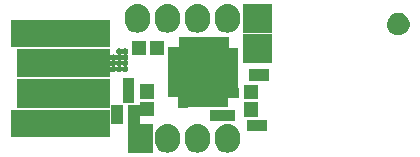
<source format=gbr>
G04 #@! TF.FileFunction,Soldermask,Top*
%FSLAX46Y46*%
G04 Gerber Fmt 4.6, Leading zero omitted, Abs format (unit mm)*
G04 Created by KiCad (PCBNEW 4.0.0~rc1a-stable) date Sat 16 Jan 2016 09:07:18 PM JST*
%MOMM*%
G01*
G04 APERTURE LIST*
%ADD10C,0.100000*%
G04 APERTURE END LIST*
D10*
G36*
X-9184183Y-3879832D02*
X-9184169Y-3879836D01*
X-9184134Y-3879840D01*
X-8985838Y-3941222D01*
X-8803242Y-4039952D01*
X-8643301Y-4172267D01*
X-8512105Y-4333129D01*
X-8414653Y-4516410D01*
X-8354656Y-4715128D01*
X-8334400Y-4921716D01*
X-8334400Y-5238284D01*
X-8334504Y-5253134D01*
X-8357642Y-5459419D01*
X-8420408Y-5657281D01*
X-8520409Y-5839183D01*
X-8653838Y-5998197D01*
X-8815612Y-6128267D01*
X-8999568Y-6224437D01*
X-9198701Y-6283045D01*
X-9198735Y-6283048D01*
X-9198748Y-6283052D01*
X-9405423Y-6301861D01*
X-9611817Y-6280168D01*
X-9611831Y-6280164D01*
X-9611866Y-6280160D01*
X-9810162Y-6218778D01*
X-9992758Y-6120048D01*
X-10152699Y-5987733D01*
X-10283895Y-5826871D01*
X-10381347Y-5643590D01*
X-10441344Y-5444872D01*
X-10461600Y-5238284D01*
X-10461600Y-4921716D01*
X-10461496Y-4906866D01*
X-10438358Y-4700581D01*
X-10375592Y-4502719D01*
X-10275591Y-4320817D01*
X-10142162Y-4161803D01*
X-9980388Y-4031733D01*
X-9796432Y-3935563D01*
X-9597299Y-3876955D01*
X-9597265Y-3876952D01*
X-9597252Y-3876948D01*
X-9390577Y-3858139D01*
X-9184183Y-3879832D01*
X-9184183Y-3879832D01*
G37*
G36*
X-11724183Y-3879832D02*
X-11724169Y-3879836D01*
X-11724134Y-3879840D01*
X-11525838Y-3941222D01*
X-11343242Y-4039952D01*
X-11183301Y-4172267D01*
X-11052105Y-4333129D01*
X-10954653Y-4516410D01*
X-10894656Y-4715128D01*
X-10874400Y-4921716D01*
X-10874400Y-5238284D01*
X-10874504Y-5253134D01*
X-10897642Y-5459419D01*
X-10960408Y-5657281D01*
X-11060409Y-5839183D01*
X-11193838Y-5998197D01*
X-11355612Y-6128267D01*
X-11539568Y-6224437D01*
X-11738701Y-6283045D01*
X-11738735Y-6283048D01*
X-11738748Y-6283052D01*
X-11945423Y-6301861D01*
X-12151817Y-6280168D01*
X-12151831Y-6280164D01*
X-12151866Y-6280160D01*
X-12350162Y-6218778D01*
X-12532758Y-6120048D01*
X-12692699Y-5987733D01*
X-12823895Y-5826871D01*
X-12921347Y-5643590D01*
X-12981344Y-5444872D01*
X-13001600Y-5238284D01*
X-13001600Y-4921716D01*
X-13001496Y-4906866D01*
X-12978358Y-4700581D01*
X-12915592Y-4502719D01*
X-12815591Y-4320817D01*
X-12682162Y-4161803D01*
X-12520388Y-4031733D01*
X-12336432Y-3935563D01*
X-12137299Y-3876955D01*
X-12137265Y-3876952D01*
X-12137252Y-3876948D01*
X-11930577Y-3858139D01*
X-11724183Y-3879832D01*
X-11724183Y-3879832D01*
G37*
G36*
X-14264183Y-3879832D02*
X-14264169Y-3879836D01*
X-14264134Y-3879840D01*
X-14065838Y-3941222D01*
X-13883242Y-4039952D01*
X-13723301Y-4172267D01*
X-13592105Y-4333129D01*
X-13494653Y-4516410D01*
X-13434656Y-4715128D01*
X-13414400Y-4921716D01*
X-13414400Y-5238284D01*
X-13414504Y-5253134D01*
X-13437642Y-5459419D01*
X-13500408Y-5657281D01*
X-13600409Y-5839183D01*
X-13733838Y-5998197D01*
X-13895612Y-6128267D01*
X-14079568Y-6224437D01*
X-14278701Y-6283045D01*
X-14278735Y-6283048D01*
X-14278748Y-6283052D01*
X-14485423Y-6301861D01*
X-14691817Y-6280168D01*
X-14691831Y-6280164D01*
X-14691866Y-6280160D01*
X-14890162Y-6218778D01*
X-15072758Y-6120048D01*
X-15232699Y-5987733D01*
X-15363895Y-5826871D01*
X-15461347Y-5643590D01*
X-15521344Y-5444872D01*
X-15541600Y-5238284D01*
X-15541600Y-4921716D01*
X-15541496Y-4906866D01*
X-15518358Y-4700581D01*
X-15455592Y-4502719D01*
X-15355591Y-4320817D01*
X-15222162Y-4161803D01*
X-15060388Y-4031733D01*
X-14876432Y-3935563D01*
X-14677299Y-3876955D01*
X-14677265Y-3876952D01*
X-14677252Y-3876948D01*
X-14470577Y-3858139D01*
X-14264183Y-3879832D01*
X-14264183Y-3879832D01*
G37*
G36*
X-15630200Y-3229600D02*
X-16783240Y-3229600D01*
X-16797170Y-3231580D01*
X-16809996Y-3237361D01*
X-16820704Y-3246488D01*
X-16828446Y-3258236D01*
X-16832608Y-3271676D01*
X-16833240Y-3279600D01*
X-16833240Y-3814000D01*
X-16831260Y-3827930D01*
X-16825479Y-3840756D01*
X-16816352Y-3851464D01*
X-16804604Y-3859206D01*
X-16791164Y-3863368D01*
X-16783240Y-3864000D01*
X-15700400Y-3864000D01*
X-15700400Y-6296000D01*
X-17827600Y-6296000D01*
X-17827600Y-3897440D01*
X-17829580Y-3883510D01*
X-17832680Y-3876632D01*
X-17832680Y-2248560D01*
X-16830200Y-2248560D01*
X-16816270Y-2246580D01*
X-16803444Y-2240799D01*
X-16792736Y-2231672D01*
X-16784994Y-2219924D01*
X-16780832Y-2206484D01*
X-16780200Y-2198560D01*
X-16780200Y-2029600D01*
X-15630200Y-2029600D01*
X-15630200Y-3229600D01*
X-15630200Y-3229600D01*
G37*
G36*
X-19348000Y-4960000D02*
X-27748000Y-4960000D01*
X-27748000Y-2660000D01*
X-19348000Y-2660000D01*
X-19348000Y-4960000D01*
X-19348000Y-4960000D01*
G37*
G36*
X-6008000Y-4500500D02*
X-7708000Y-4500500D01*
X-7708000Y-3500500D01*
X-6008000Y-3500500D01*
X-6008000Y-4500500D01*
X-6008000Y-4500500D01*
G37*
G36*
X-18235320Y-3847440D02*
X-19234760Y-3847440D01*
X-19234760Y-2248560D01*
X-18235320Y-2248560D01*
X-18235320Y-3847440D01*
X-18235320Y-3847440D01*
G37*
G36*
X-8729000Y-3625000D02*
X-10829000Y-3625000D01*
X-10829000Y-2725000D01*
X-8729000Y-2725000D01*
X-8729000Y-3625000D01*
X-8729000Y-3625000D01*
G37*
G36*
X-6767220Y-3253080D02*
X-7964780Y-3253080D01*
X-7964780Y-2055520D01*
X-6767220Y-2055520D01*
X-6767220Y-3253080D01*
X-6767220Y-3253080D01*
G37*
G36*
X-19348000Y-2500000D02*
X-27248000Y-2500000D01*
X-27248000Y-100000D01*
X-19348000Y-100000D01*
X-19348000Y-2500000D01*
X-19348000Y-2500000D01*
G37*
G36*
X-9255000Y2633000D02*
X-9253020Y2619070D01*
X-9247239Y2606244D01*
X-9238112Y2595536D01*
X-9226364Y2587794D01*
X-9212924Y2583632D01*
X-9205000Y2583000D01*
X-8480000Y2583000D01*
X-8480000Y-767000D01*
X-8478020Y-780930D01*
X-8472239Y-793756D01*
X-8463112Y-804464D01*
X-8451364Y-812206D01*
X-8437924Y-816368D01*
X-8430000Y-817000D01*
X-8430000Y-1667000D01*
X-9305000Y-1667000D01*
X-9318930Y-1668980D01*
X-9331756Y-1674761D01*
X-9342464Y-1683888D01*
X-9350206Y-1695636D01*
X-9354368Y-1709076D01*
X-9355000Y-1717000D01*
X-9355000Y-2442000D01*
X-12705000Y-2442000D01*
X-12718930Y-2443980D01*
X-12731756Y-2449761D01*
X-12742464Y-2458888D01*
X-12750206Y-2470636D01*
X-12754368Y-2484076D01*
X-12755000Y-2492000D01*
X-13605000Y-2492000D01*
X-13605000Y-1617000D01*
X-13606980Y-1603070D01*
X-13612761Y-1590244D01*
X-13621888Y-1579536D01*
X-13633636Y-1571794D01*
X-13647076Y-1567632D01*
X-13655000Y-1567000D01*
X-14380000Y-1567000D01*
X-14380000Y1783000D01*
X-14381980Y1796930D01*
X-14387761Y1809756D01*
X-14396888Y1820464D01*
X-14408636Y1828206D01*
X-14422076Y1832368D01*
X-14430000Y1833000D01*
X-14430000Y2683000D01*
X-13555000Y2683000D01*
X-13541070Y2684980D01*
X-13528244Y2690761D01*
X-13517536Y2699888D01*
X-13509794Y2711636D01*
X-13505632Y2725076D01*
X-13505000Y2733000D01*
X-13505000Y3458000D01*
X-10155000Y3458000D01*
X-10141070Y3459980D01*
X-10128244Y3465761D01*
X-10117536Y3474888D01*
X-10109794Y3486636D01*
X-10105632Y3500076D01*
X-10105000Y3508000D01*
X-9255000Y3508000D01*
X-9255000Y2633000D01*
X-9255000Y2633000D01*
G37*
G36*
X-17330000Y-2066000D02*
X-18230000Y-2066000D01*
X-18230000Y34000D01*
X-17330000Y34000D01*
X-17330000Y-2066000D01*
X-17330000Y-2066000D01*
G37*
G36*
X-6767220Y-1754480D02*
X-7964780Y-1754480D01*
X-7964780Y-556920D01*
X-6767220Y-556920D01*
X-6767220Y-1754480D01*
X-6767220Y-1754480D01*
G37*
G36*
X-15630200Y-1729600D02*
X-16780200Y-1729600D01*
X-16780200Y-529600D01*
X-15630200Y-529600D01*
X-15630200Y-1729600D01*
X-15630200Y-1729600D01*
G37*
G36*
X-5881000Y-246000D02*
X-7581000Y-246000D01*
X-7581000Y754000D01*
X-5881000Y754000D01*
X-5881000Y-246000D01*
X-5881000Y-246000D01*
G37*
G36*
X-18015217Y2534332D02*
X-17966228Y2524276D01*
X-17920127Y2504897D01*
X-17878669Y2476934D01*
X-17843430Y2441448D01*
X-17815757Y2399796D01*
X-17796702Y2353564D01*
X-17787055Y2304848D01*
X-17787055Y2304838D01*
X-17786989Y2304504D01*
X-17787786Y2247385D01*
X-17787863Y2247046D01*
X-17787863Y2247043D01*
X-17798864Y2198616D01*
X-17819203Y2152936D01*
X-17848032Y2112067D01*
X-17884244Y2077585D01*
X-17893743Y2071556D01*
X-17904443Y2062420D01*
X-17912175Y2050666D01*
X-17916326Y2037222D01*
X-17916567Y2023155D01*
X-17912879Y2009577D01*
X-17905555Y1997564D01*
X-17894910Y1987888D01*
X-17878669Y1976934D01*
X-17843430Y1941448D01*
X-17815757Y1899796D01*
X-17796702Y1853564D01*
X-17787055Y1804848D01*
X-17787055Y1804838D01*
X-17786989Y1804504D01*
X-17787786Y1747385D01*
X-17787863Y1747046D01*
X-17787863Y1747043D01*
X-17798864Y1698616D01*
X-17819203Y1652936D01*
X-17848032Y1612067D01*
X-17884244Y1577585D01*
X-17893743Y1571556D01*
X-17904443Y1562420D01*
X-17912175Y1550666D01*
X-17916326Y1537222D01*
X-17916567Y1523155D01*
X-17912879Y1509577D01*
X-17905555Y1497564D01*
X-17894910Y1487888D01*
X-17878669Y1476934D01*
X-17843430Y1441448D01*
X-17815757Y1399796D01*
X-17796702Y1353564D01*
X-17787055Y1304848D01*
X-17787055Y1304838D01*
X-17786989Y1304504D01*
X-17787786Y1247385D01*
X-17787863Y1247046D01*
X-17787863Y1247043D01*
X-17798864Y1198616D01*
X-17819203Y1152936D01*
X-17848032Y1112067D01*
X-17884244Y1077585D01*
X-17893743Y1071556D01*
X-17904443Y1062420D01*
X-17912175Y1050666D01*
X-17916326Y1037222D01*
X-17916567Y1023155D01*
X-17912879Y1009577D01*
X-17905555Y997564D01*
X-17894910Y987888D01*
X-17878669Y976934D01*
X-17843430Y941448D01*
X-17815757Y899796D01*
X-17796702Y853564D01*
X-17787055Y804848D01*
X-17787055Y804838D01*
X-17786989Y804504D01*
X-17787786Y747385D01*
X-17787863Y747046D01*
X-17787863Y747043D01*
X-17798864Y698616D01*
X-17819203Y652936D01*
X-17848032Y612067D01*
X-17884244Y577585D01*
X-17926470Y550787D01*
X-17973094Y532703D01*
X-18022340Y524019D01*
X-18072337Y525066D01*
X-18121185Y535806D01*
X-18167007Y555825D01*
X-18208071Y584366D01*
X-18242812Y620341D01*
X-18250104Y631656D01*
X-18259313Y642293D01*
X-18271122Y649942D01*
X-18284594Y653999D01*
X-18298662Y654143D01*
X-18312214Y650361D01*
X-18324176Y642953D01*
X-18332990Y633392D01*
X-18348032Y612067D01*
X-18384244Y577585D01*
X-18426470Y550787D01*
X-18473094Y532703D01*
X-18522340Y524019D01*
X-18572337Y525066D01*
X-18621185Y535806D01*
X-18667007Y555825D01*
X-18708071Y584366D01*
X-18742812Y620341D01*
X-18750104Y631656D01*
X-18759313Y642293D01*
X-18771122Y649942D01*
X-18784594Y653999D01*
X-18798662Y654143D01*
X-18812214Y650361D01*
X-18824176Y642953D01*
X-18832990Y633392D01*
X-18848032Y612067D01*
X-18884244Y577585D01*
X-18926470Y550787D01*
X-18973094Y532703D01*
X-19022340Y524019D01*
X-19072337Y525066D01*
X-19121185Y535806D01*
X-19167007Y555825D01*
X-19208071Y584366D01*
X-19242811Y620340D01*
X-19255972Y640762D01*
X-19265182Y651398D01*
X-19276990Y659048D01*
X-19290462Y663105D01*
X-19304531Y663248D01*
X-19318083Y659466D01*
X-19330044Y652058D01*
X-19339468Y641611D01*
X-19345609Y628952D01*
X-19348000Y613676D01*
X-19348000Y100000D01*
X-27248000Y100000D01*
X-27248000Y1113676D01*
X-19348000Y1113676D01*
X-19348000Y945499D01*
X-19346020Y931569D01*
X-19340239Y918743D01*
X-19331112Y908035D01*
X-19319364Y900293D01*
X-19305924Y896131D01*
X-19291857Y895878D01*
X-19278276Y899554D01*
X-19266257Y906868D01*
X-19256744Y917251D01*
X-19238288Y944205D01*
X-19202557Y979196D01*
X-19189486Y987749D01*
X-19178914Y997033D01*
X-19171347Y1008894D01*
X-19167384Y1022394D01*
X-19167382Y1023155D01*
X-18916567Y1023155D01*
X-18912879Y1009577D01*
X-18905555Y997564D01*
X-18894910Y987888D01*
X-18878669Y976934D01*
X-18843430Y941448D01*
X-18833603Y926657D01*
X-18824246Y916150D01*
X-18812332Y908666D01*
X-18798805Y904797D01*
X-18784735Y904850D01*
X-18771237Y908821D01*
X-18759380Y916395D01*
X-18750702Y926077D01*
X-18738290Y944204D01*
X-18702557Y979196D01*
X-18689486Y987749D01*
X-18678914Y997033D01*
X-18671347Y1008894D01*
X-18667384Y1022394D01*
X-18667382Y1023155D01*
X-18416567Y1023155D01*
X-18412879Y1009577D01*
X-18405555Y997564D01*
X-18394910Y987888D01*
X-18378669Y976934D01*
X-18343430Y941448D01*
X-18333603Y926657D01*
X-18324246Y916150D01*
X-18312332Y908666D01*
X-18298805Y904797D01*
X-18284735Y904850D01*
X-18271237Y908821D01*
X-18259380Y916395D01*
X-18250702Y926077D01*
X-18238290Y944204D01*
X-18202557Y979196D01*
X-18189486Y987749D01*
X-18178914Y997033D01*
X-18171347Y1008894D01*
X-18167384Y1022394D01*
X-18167339Y1036464D01*
X-18171216Y1049989D01*
X-18178707Y1061898D01*
X-18188328Y1070644D01*
X-18208071Y1084366D01*
X-18242812Y1120341D01*
X-18250104Y1131656D01*
X-18259313Y1142293D01*
X-18271122Y1149942D01*
X-18284594Y1153999D01*
X-18298662Y1154143D01*
X-18312214Y1150361D01*
X-18324176Y1142953D01*
X-18332990Y1133392D01*
X-18348032Y1112067D01*
X-18384244Y1077585D01*
X-18393743Y1071556D01*
X-18404443Y1062420D01*
X-18412175Y1050666D01*
X-18416326Y1037222D01*
X-18416567Y1023155D01*
X-18667382Y1023155D01*
X-18667339Y1036464D01*
X-18671216Y1049989D01*
X-18678707Y1061898D01*
X-18688328Y1070644D01*
X-18708071Y1084366D01*
X-18742812Y1120341D01*
X-18750104Y1131656D01*
X-18759313Y1142293D01*
X-18771122Y1149942D01*
X-18784594Y1153999D01*
X-18798662Y1154143D01*
X-18812214Y1150361D01*
X-18824176Y1142953D01*
X-18832990Y1133392D01*
X-18848032Y1112067D01*
X-18884244Y1077585D01*
X-18893743Y1071556D01*
X-18904443Y1062420D01*
X-18912175Y1050666D01*
X-18916326Y1037222D01*
X-18916567Y1023155D01*
X-19167382Y1023155D01*
X-19167339Y1036464D01*
X-19171216Y1049989D01*
X-19178707Y1061898D01*
X-19188328Y1070644D01*
X-19208071Y1084366D01*
X-19242811Y1120340D01*
X-19255972Y1140762D01*
X-19265182Y1151398D01*
X-19276990Y1159048D01*
X-19290462Y1163105D01*
X-19304531Y1163248D01*
X-19318083Y1159466D01*
X-19330044Y1152058D01*
X-19339468Y1141611D01*
X-19345609Y1128952D01*
X-19348000Y1113676D01*
X-27248000Y1113676D01*
X-27248000Y1613676D01*
X-19348000Y1613676D01*
X-19348000Y1445499D01*
X-19346020Y1431569D01*
X-19340239Y1418743D01*
X-19331112Y1408035D01*
X-19319364Y1400293D01*
X-19305924Y1396131D01*
X-19291857Y1395878D01*
X-19278276Y1399554D01*
X-19266257Y1406868D01*
X-19256744Y1417251D01*
X-19238288Y1444205D01*
X-19202557Y1479196D01*
X-19189486Y1487749D01*
X-19178914Y1497033D01*
X-19171347Y1508894D01*
X-19167384Y1522394D01*
X-19167382Y1523155D01*
X-18916567Y1523155D01*
X-18912879Y1509577D01*
X-18905555Y1497564D01*
X-18894910Y1487888D01*
X-18878669Y1476934D01*
X-18843430Y1441448D01*
X-18833603Y1426657D01*
X-18824246Y1416150D01*
X-18812332Y1408666D01*
X-18798805Y1404797D01*
X-18784735Y1404850D01*
X-18771237Y1408821D01*
X-18759380Y1416395D01*
X-18750702Y1426077D01*
X-18738290Y1444204D01*
X-18702557Y1479196D01*
X-18689486Y1487749D01*
X-18678914Y1497033D01*
X-18671347Y1508894D01*
X-18667384Y1522394D01*
X-18667382Y1523155D01*
X-18416567Y1523155D01*
X-18412879Y1509577D01*
X-18405555Y1497564D01*
X-18394910Y1487888D01*
X-18378669Y1476934D01*
X-18343430Y1441448D01*
X-18333603Y1426657D01*
X-18324246Y1416150D01*
X-18312332Y1408666D01*
X-18298805Y1404797D01*
X-18284735Y1404850D01*
X-18271237Y1408821D01*
X-18259380Y1416395D01*
X-18250702Y1426077D01*
X-18238290Y1444204D01*
X-18202557Y1479196D01*
X-18189486Y1487749D01*
X-18178914Y1497033D01*
X-18171347Y1508894D01*
X-18167384Y1522394D01*
X-18167339Y1536464D01*
X-18171216Y1549989D01*
X-18178707Y1561898D01*
X-18188328Y1570644D01*
X-18208071Y1584366D01*
X-18242812Y1620341D01*
X-18250104Y1631656D01*
X-18259313Y1642293D01*
X-18271122Y1649942D01*
X-18284594Y1653999D01*
X-18298662Y1654143D01*
X-18312214Y1650361D01*
X-18324176Y1642953D01*
X-18332990Y1633392D01*
X-18348032Y1612067D01*
X-18384244Y1577585D01*
X-18393743Y1571556D01*
X-18404443Y1562420D01*
X-18412175Y1550666D01*
X-18416326Y1537222D01*
X-18416567Y1523155D01*
X-18667382Y1523155D01*
X-18667339Y1536464D01*
X-18671216Y1549989D01*
X-18678707Y1561898D01*
X-18688328Y1570644D01*
X-18708071Y1584366D01*
X-18742812Y1620341D01*
X-18750104Y1631656D01*
X-18759313Y1642293D01*
X-18771122Y1649942D01*
X-18784594Y1653999D01*
X-18798662Y1654143D01*
X-18812214Y1650361D01*
X-18824176Y1642953D01*
X-18832990Y1633392D01*
X-18848032Y1612067D01*
X-18884244Y1577585D01*
X-18893743Y1571556D01*
X-18904443Y1562420D01*
X-18912175Y1550666D01*
X-18916326Y1537222D01*
X-18916567Y1523155D01*
X-19167382Y1523155D01*
X-19167339Y1536464D01*
X-19171216Y1549989D01*
X-19178707Y1561898D01*
X-19188328Y1570644D01*
X-19208071Y1584366D01*
X-19242811Y1620340D01*
X-19255972Y1640762D01*
X-19265182Y1651398D01*
X-19276990Y1659048D01*
X-19290462Y1663105D01*
X-19304531Y1663248D01*
X-19318083Y1659466D01*
X-19330044Y1652058D01*
X-19339468Y1641611D01*
X-19345609Y1628952D01*
X-19348000Y1613676D01*
X-27248000Y1613676D01*
X-27248000Y2500000D01*
X-19348000Y2500000D01*
X-19348000Y1945499D01*
X-19346020Y1931569D01*
X-19340239Y1918743D01*
X-19331112Y1908035D01*
X-19319364Y1900293D01*
X-19305924Y1896131D01*
X-19291857Y1895878D01*
X-19278276Y1899554D01*
X-19266257Y1906868D01*
X-19256744Y1917251D01*
X-19238288Y1944205D01*
X-19202557Y1979196D01*
X-19160714Y2006577D01*
X-19114344Y2025312D01*
X-19065227Y2034682D01*
X-19015217Y2034332D01*
X-18966228Y2024276D01*
X-18920127Y2004897D01*
X-18878669Y1976934D01*
X-18843430Y1941448D01*
X-18833603Y1926657D01*
X-18824246Y1916150D01*
X-18812332Y1908666D01*
X-18798805Y1904797D01*
X-18784735Y1904850D01*
X-18771237Y1908821D01*
X-18759380Y1916395D01*
X-18750702Y1926077D01*
X-18738290Y1944204D01*
X-18702557Y1979196D01*
X-18689486Y1987749D01*
X-18678914Y1997033D01*
X-18671347Y2008894D01*
X-18667384Y2022394D01*
X-18667382Y2023155D01*
X-18416567Y2023155D01*
X-18412879Y2009577D01*
X-18405555Y1997564D01*
X-18394910Y1987888D01*
X-18378669Y1976934D01*
X-18343430Y1941448D01*
X-18333603Y1926657D01*
X-18324246Y1916150D01*
X-18312332Y1908666D01*
X-18298805Y1904797D01*
X-18284735Y1904850D01*
X-18271237Y1908821D01*
X-18259380Y1916395D01*
X-18250702Y1926077D01*
X-18238290Y1944204D01*
X-18202557Y1979196D01*
X-18189486Y1987749D01*
X-18178914Y1997033D01*
X-18171347Y2008894D01*
X-18167384Y2022394D01*
X-18167339Y2036464D01*
X-18171216Y2049989D01*
X-18178707Y2061898D01*
X-18188328Y2070644D01*
X-18208071Y2084366D01*
X-18242812Y2120341D01*
X-18250104Y2131656D01*
X-18259313Y2142293D01*
X-18271122Y2149942D01*
X-18284594Y2153999D01*
X-18298662Y2154143D01*
X-18312214Y2150361D01*
X-18324176Y2142953D01*
X-18332990Y2133392D01*
X-18348032Y2112067D01*
X-18384244Y2077585D01*
X-18393743Y2071556D01*
X-18404443Y2062420D01*
X-18412175Y2050666D01*
X-18416326Y2037222D01*
X-18416567Y2023155D01*
X-18667382Y2023155D01*
X-18667339Y2036464D01*
X-18671216Y2049989D01*
X-18678707Y2061898D01*
X-18688328Y2070644D01*
X-18708071Y2084366D01*
X-18742811Y2120340D01*
X-18769901Y2162375D01*
X-18788310Y2208870D01*
X-18797338Y2258062D01*
X-18796639Y2308064D01*
X-18786243Y2356976D01*
X-18766542Y2402941D01*
X-18738286Y2444207D01*
X-18702557Y2479196D01*
X-18660714Y2506577D01*
X-18614344Y2525312D01*
X-18565227Y2534682D01*
X-18515217Y2534332D01*
X-18466228Y2524276D01*
X-18420127Y2504897D01*
X-18378669Y2476934D01*
X-18343430Y2441448D01*
X-18333603Y2426657D01*
X-18324246Y2416150D01*
X-18312332Y2408666D01*
X-18298805Y2404797D01*
X-18284735Y2404850D01*
X-18271237Y2408821D01*
X-18259380Y2416395D01*
X-18250702Y2426077D01*
X-18238290Y2444204D01*
X-18202557Y2479196D01*
X-18160714Y2506577D01*
X-18114344Y2525312D01*
X-18065227Y2534682D01*
X-18015217Y2534332D01*
X-18015217Y2534332D01*
G37*
G36*
X-5642000Y1324000D02*
X-8074000Y1324000D01*
X-8074000Y3756000D01*
X-5642000Y3756000D01*
X-5642000Y1324000D01*
X-5642000Y1324000D01*
G37*
G36*
X-16279000Y1965000D02*
X-17479000Y1965000D01*
X-17479000Y3115000D01*
X-16279000Y3115000D01*
X-16279000Y1965000D01*
X-16279000Y1965000D01*
G37*
G36*
X-14779000Y1965000D02*
X-15979000Y1965000D01*
X-15979000Y3115000D01*
X-14779000Y3115000D01*
X-14779000Y1965000D01*
X-14779000Y1965000D01*
G37*
G36*
X-19348000Y2660000D02*
X-27748000Y2660000D01*
X-27748000Y4960000D01*
X-19348000Y4960000D01*
X-19348000Y2660000D01*
X-19348000Y2660000D01*
G37*
G36*
X5179782Y5521369D02*
X5362284Y5483907D01*
X5534029Y5411712D01*
X5688483Y5307532D01*
X5819762Y5175333D01*
X5922862Y5020156D01*
X5993856Y4847911D01*
X6029975Y4665496D01*
X6029975Y4665486D01*
X6030041Y4665152D01*
X6027070Y4452357D01*
X6026994Y4452023D01*
X6026994Y4452011D01*
X5985798Y4270684D01*
X5910019Y4100484D01*
X5802628Y3948246D01*
X5667707Y3819763D01*
X5510408Y3719939D01*
X5336710Y3652565D01*
X5153238Y3620215D01*
X4966974Y3624116D01*
X4785011Y3664123D01*
X4614289Y3738710D01*
X4461306Y3845036D01*
X4331885Y3979054D01*
X4230965Y4135652D01*
X4162381Y4308875D01*
X4128748Y4492124D01*
X4131350Y4678409D01*
X4170084Y4860640D01*
X4243479Y5031882D01*
X4348735Y5185604D01*
X4481846Y5315957D01*
X4637738Y5417970D01*
X4810477Y5487761D01*
X4993479Y5522670D01*
X5179782Y5521369D01*
X5179782Y5521369D01*
G37*
G36*
X-16804183Y6280168D02*
X-16804169Y6280164D01*
X-16804134Y6280160D01*
X-16605838Y6218778D01*
X-16423242Y6120048D01*
X-16263301Y5987733D01*
X-16132105Y5826871D01*
X-16034653Y5643590D01*
X-15974656Y5444872D01*
X-15954400Y5238284D01*
X-15954400Y4921716D01*
X-15954504Y4906866D01*
X-15977642Y4700581D01*
X-16040408Y4502719D01*
X-16140409Y4320817D01*
X-16273838Y4161803D01*
X-16435612Y4031733D01*
X-16619568Y3935563D01*
X-16818701Y3876955D01*
X-16818735Y3876952D01*
X-16818748Y3876948D01*
X-17025423Y3858139D01*
X-17231817Y3879832D01*
X-17231831Y3879836D01*
X-17231866Y3879840D01*
X-17430162Y3941222D01*
X-17612758Y4039952D01*
X-17772699Y4172267D01*
X-17903895Y4333129D01*
X-18001347Y4516410D01*
X-18061344Y4715128D01*
X-18081600Y4921716D01*
X-18081600Y5238284D01*
X-18081496Y5253134D01*
X-18058358Y5459419D01*
X-17995592Y5657281D01*
X-17895591Y5839183D01*
X-17762162Y5998197D01*
X-17600388Y6128267D01*
X-17416432Y6224437D01*
X-17217299Y6283045D01*
X-17217265Y6283048D01*
X-17217252Y6283052D01*
X-17010577Y6301861D01*
X-16804183Y6280168D01*
X-16804183Y6280168D01*
G37*
G36*
X-14264183Y6280168D02*
X-14264169Y6280164D01*
X-14264134Y6280160D01*
X-14065838Y6218778D01*
X-13883242Y6120048D01*
X-13723301Y5987733D01*
X-13592105Y5826871D01*
X-13494653Y5643590D01*
X-13434656Y5444872D01*
X-13414400Y5238284D01*
X-13414400Y4921716D01*
X-13414504Y4906866D01*
X-13437642Y4700581D01*
X-13500408Y4502719D01*
X-13600409Y4320817D01*
X-13733838Y4161803D01*
X-13895612Y4031733D01*
X-14079568Y3935563D01*
X-14278701Y3876955D01*
X-14278735Y3876952D01*
X-14278748Y3876948D01*
X-14485423Y3858139D01*
X-14691817Y3879832D01*
X-14691831Y3879836D01*
X-14691866Y3879840D01*
X-14890162Y3941222D01*
X-15072758Y4039952D01*
X-15232699Y4172267D01*
X-15363895Y4333129D01*
X-15461347Y4516410D01*
X-15521344Y4715128D01*
X-15541600Y4921716D01*
X-15541600Y5238284D01*
X-15541496Y5253134D01*
X-15518358Y5459419D01*
X-15455592Y5657281D01*
X-15355591Y5839183D01*
X-15222162Y5998197D01*
X-15060388Y6128267D01*
X-14876432Y6224437D01*
X-14677299Y6283045D01*
X-14677265Y6283048D01*
X-14677252Y6283052D01*
X-14470577Y6301861D01*
X-14264183Y6280168D01*
X-14264183Y6280168D01*
G37*
G36*
X-11724183Y6280168D02*
X-11724169Y6280164D01*
X-11724134Y6280160D01*
X-11525838Y6218778D01*
X-11343242Y6120048D01*
X-11183301Y5987733D01*
X-11052105Y5826871D01*
X-10954653Y5643590D01*
X-10894656Y5444872D01*
X-10874400Y5238284D01*
X-10874400Y4921716D01*
X-10874504Y4906866D01*
X-10897642Y4700581D01*
X-10960408Y4502719D01*
X-11060409Y4320817D01*
X-11193838Y4161803D01*
X-11355612Y4031733D01*
X-11539568Y3935563D01*
X-11738701Y3876955D01*
X-11738735Y3876952D01*
X-11738748Y3876948D01*
X-11945423Y3858139D01*
X-12151817Y3879832D01*
X-12151831Y3879836D01*
X-12151866Y3879840D01*
X-12350162Y3941222D01*
X-12532758Y4039952D01*
X-12692699Y4172267D01*
X-12823895Y4333129D01*
X-12921347Y4516410D01*
X-12981344Y4715128D01*
X-13001600Y4921716D01*
X-13001600Y5238284D01*
X-13001496Y5253134D01*
X-12978358Y5459419D01*
X-12915592Y5657281D01*
X-12815591Y5839183D01*
X-12682162Y5998197D01*
X-12520388Y6128267D01*
X-12336432Y6224437D01*
X-12137299Y6283045D01*
X-12137265Y6283048D01*
X-12137252Y6283052D01*
X-11930577Y6301861D01*
X-11724183Y6280168D01*
X-11724183Y6280168D01*
G37*
G36*
X-9184183Y6280168D02*
X-9184169Y6280164D01*
X-9184134Y6280160D01*
X-8985838Y6218778D01*
X-8803242Y6120048D01*
X-8643301Y5987733D01*
X-8512105Y5826871D01*
X-8414653Y5643590D01*
X-8354656Y5444872D01*
X-8334400Y5238284D01*
X-8334400Y4921716D01*
X-8334504Y4906866D01*
X-8357642Y4700581D01*
X-8420408Y4502719D01*
X-8520409Y4320817D01*
X-8653838Y4161803D01*
X-8815612Y4031733D01*
X-8999568Y3935563D01*
X-9198701Y3876955D01*
X-9198735Y3876952D01*
X-9198748Y3876948D01*
X-9405423Y3858139D01*
X-9611817Y3879832D01*
X-9611831Y3879836D01*
X-9611866Y3879840D01*
X-9810162Y3941222D01*
X-9992758Y4039952D01*
X-10152699Y4172267D01*
X-10283895Y4333129D01*
X-10381347Y4516410D01*
X-10441344Y4715128D01*
X-10461600Y4921716D01*
X-10461600Y5238284D01*
X-10461496Y5253134D01*
X-10438358Y5459419D01*
X-10375592Y5657281D01*
X-10275591Y5839183D01*
X-10142162Y5998197D01*
X-9980388Y6128267D01*
X-9796432Y6224437D01*
X-9597299Y6283045D01*
X-9597265Y6283048D01*
X-9597252Y6283052D01*
X-9390577Y6301861D01*
X-9184183Y6280168D01*
X-9184183Y6280168D01*
G37*
G36*
X-5642000Y3864000D02*
X-8074000Y3864000D01*
X-8074000Y6296000D01*
X-5642000Y6296000D01*
X-5642000Y3864000D01*
X-5642000Y3864000D01*
G37*
M02*

</source>
